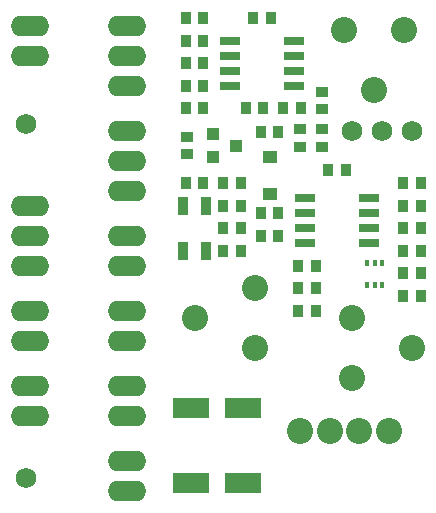
<source format=gts>
G04 Layer_Color=8388736*
%FSLAX43Y43*%
%MOMM*%
G71*
G01*
G75*
%ADD11R,0.420X0.600*%
%ADD42R,1.103X1.103*%
%ADD43R,1.690X0.740*%
%ADD44R,1.153X1.103*%
%ADD45R,1.753X0.803*%
%ADD46R,1.092X0.813*%
%ADD47R,0.813X1.092*%
%ADD48R,0.914X1.499*%
%ADD49R,3.100X1.700*%
%ADD50C,2.203*%
%ADD51C,1.727*%
%ADD52O,3.251X1.727*%
D11*
X157785Y145339D02*
D03*
X158435D02*
D03*
X159085D02*
D03*
X157785Y147239D02*
D03*
X158435D02*
D03*
X159085D02*
D03*
D42*
X146720Y157150D02*
D03*
X144720Y156200D02*
D03*
Y158100D02*
D03*
D43*
X157945Y148895D02*
D03*
Y150165D02*
D03*
Y151435D02*
D03*
Y152705D02*
D03*
X152545Y148895D02*
D03*
Y150165D02*
D03*
Y151435D02*
D03*
Y152705D02*
D03*
D44*
X149530Y156185D02*
D03*
Y153035D02*
D03*
D45*
X146195Y166040D02*
D03*
Y164770D02*
D03*
Y163500D02*
D03*
Y162230D02*
D03*
X151595Y166040D02*
D03*
Y164770D02*
D03*
Y163500D02*
D03*
Y162230D02*
D03*
D46*
X152070Y157036D02*
D03*
Y158534D02*
D03*
X153975D02*
D03*
Y157036D02*
D03*
Y160211D02*
D03*
Y161709D02*
D03*
X142545Y157899D02*
D03*
Y156401D02*
D03*
D47*
X152184Y160325D02*
D03*
X150686D02*
D03*
X149009D02*
D03*
X147511D02*
D03*
X150279Y158293D02*
D03*
X148781D02*
D03*
X155994Y155110D02*
D03*
X154496D02*
D03*
X149644Y167945D02*
D03*
X148146D02*
D03*
X143929Y166040D02*
D03*
X142431D02*
D03*
X143929Y167945D02*
D03*
X142431D02*
D03*
X143929Y164135D02*
D03*
X142431D02*
D03*
Y162230D02*
D03*
X143929D02*
D03*
X142431Y160325D02*
D03*
X143929D02*
D03*
Y153975D02*
D03*
X142431D02*
D03*
X148781Y151435D02*
D03*
X150279D02*
D03*
X145606Y153975D02*
D03*
X147104D02*
D03*
X145606Y152070D02*
D03*
X147104D02*
D03*
X148781Y149530D02*
D03*
X150279D02*
D03*
X147104Y148260D02*
D03*
X145606D02*
D03*
X147104Y150165D02*
D03*
X145606D02*
D03*
X151956Y145085D02*
D03*
X153454D02*
D03*
X151956Y143180D02*
D03*
X153454D02*
D03*
Y146990D02*
D03*
X151956D02*
D03*
X160846Y144450D02*
D03*
X162344D02*
D03*
X160846Y153975D02*
D03*
X162344D02*
D03*
X160846Y152070D02*
D03*
X162344D02*
D03*
Y146355D02*
D03*
X160846D02*
D03*
X162344Y148260D02*
D03*
X160846D02*
D03*
X162344Y150165D02*
D03*
X160846D02*
D03*
D48*
X142227Y148260D02*
D03*
X144133D02*
D03*
X142227Y152070D02*
D03*
X144133D02*
D03*
D49*
X142885Y134925D02*
D03*
X147285D02*
D03*
Y128575D02*
D03*
X142885D02*
D03*
D50*
X158400Y161860D02*
D03*
X155860Y166940D02*
D03*
X160940D02*
D03*
X143180Y142545D02*
D03*
X148260Y145085D02*
D03*
Y140005D02*
D03*
X152130Y133020D02*
D03*
X154630D02*
D03*
X157130D02*
D03*
X159630D02*
D03*
X161595Y140005D02*
D03*
X156515Y137465D02*
D03*
Y142545D02*
D03*
D51*
Y158420D02*
D03*
X159055D02*
D03*
X161595D02*
D03*
X128900Y129000D02*
D03*
Y159000D02*
D03*
D52*
X137465Y140640D02*
D03*
Y143180D02*
D03*
Y134290D02*
D03*
Y136830D02*
D03*
Y127940D02*
D03*
Y130480D02*
D03*
X129210Y134290D02*
D03*
Y136830D02*
D03*
Y140640D02*
D03*
Y143180D02*
D03*
X129275Y149470D02*
D03*
Y146930D02*
D03*
Y152010D02*
D03*
X137465Y146990D02*
D03*
Y149530D02*
D03*
Y155880D02*
D03*
Y153340D02*
D03*
Y158420D02*
D03*
Y164770D02*
D03*
Y162230D02*
D03*
Y167310D02*
D03*
X129210Y164770D02*
D03*
Y167310D02*
D03*
M02*

</source>
